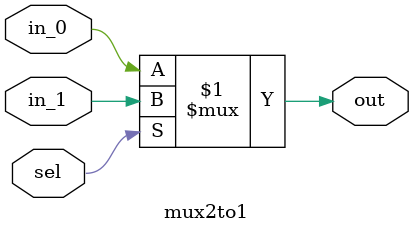
<source format=v>
module mux2to1 #(parameter w = 1)(
  input [w-1:0]in_0,
  input [w-1:0]in_1,
  input sel,
  output [w-1:0]out
);
  
  assign out = sel ? in_1 : in_0;
  
endmodule
</source>
